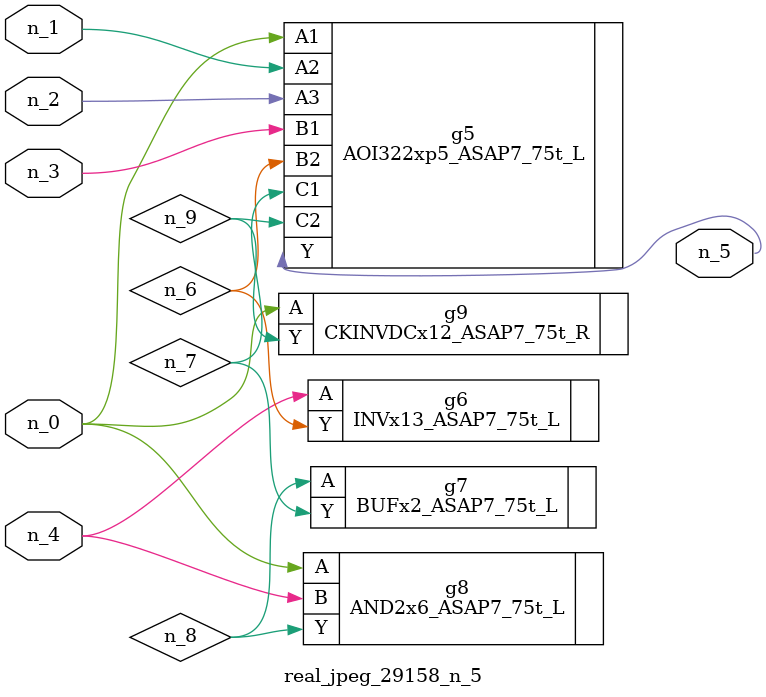
<source format=v>
module real_jpeg_29158_n_5 (n_4, n_0, n_1, n_2, n_3, n_5);

input n_4;
input n_0;
input n_1;
input n_2;
input n_3;

output n_5;

wire n_8;
wire n_6;
wire n_7;
wire n_9;

AOI322xp5_ASAP7_75t_L g5 ( 
.A1(n_0),
.A2(n_1),
.A3(n_2),
.B1(n_3),
.B2(n_6),
.C1(n_7),
.C2(n_9),
.Y(n_5)
);

AND2x6_ASAP7_75t_L g8 ( 
.A(n_0),
.B(n_4),
.Y(n_8)
);

CKINVDCx12_ASAP7_75t_R g9 ( 
.A(n_0),
.Y(n_9)
);

INVx13_ASAP7_75t_L g6 ( 
.A(n_4),
.Y(n_6)
);

BUFx2_ASAP7_75t_L g7 ( 
.A(n_8),
.Y(n_7)
);


endmodule
</source>
